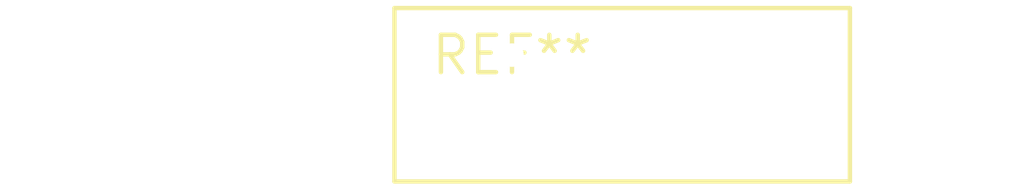
<source format=kicad_pcb>
(kicad_pcb (version 20240108) (generator pcbnew)
  (layers (0 "F.Cu" signal) (31 "B.Cu" signal) (34 "B.Paste" user) (35 "F.Paste" user) (36 "B.SilkS" user "B.Silkscreen") (37 "F.SilkS" user "F.Silkscreen") (38 "B.Mask" user) (39 "F.Mask" user) (44 "Edge.Cuts" user))
  (net 0 "")
  (footprint "RV_Disc_D15.5mm_W5.9mm_P7.5mm" (layer "F.Cu") (at 0 0)
    (property "Reference" "REF**")
    (property "Value" "RV_Disc_D15.5mm_W5.9mm_P7.5mm")
    (fp_line (start -4 -1.6) (end -4 4.3) (layer "F.SilkS") (stroke (width 0.15)))
    (fp_line (start -4 -1.6) (end 11.5 -1.6) (layer "F.SilkS") (stroke (width 0.15)))
    (fp_line (start -4 4.3) (end 11.5 4.3) (layer "F.SilkS") (stroke (width 0.15)))
    (fp_line (start 11.5 -1.6) (end 11.5 4.3) (layer "F.SilkS") (stroke (width 0.15)))
    (pad "1" thru_hole circle (at 0 0) (size 1.8 1.8) (drill 0.8) (layers *.Cu *.Mask) (remove_unused_layers))
    (pad "2" thru_hole circle (at 7.5 2.7) (size 1.8 1.8) (drill 0.8) (layers *.Cu *.Mask) (remove_unused_layers))
  )
)
</source>
